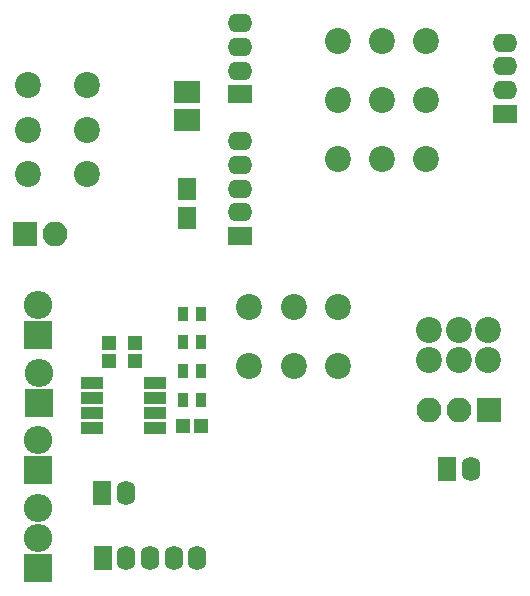
<source format=gbs>
%MOIN*%
%OFA0B0*%
%FSLAX46Y46*%
%IPPOS*%
%LPD*%
%ADD10C,0.0039370078740157488*%
%ADD11C,0.086614173228346469*%
%ADD12R,0.064960629921259838X0.074803149606299218*%
%ADD13R,0.082677165354330714X0.082677165354330714*%
%ADD14O,0.082677165354330714X0.082677165354330714*%
%ADD15R,0.086648031496063X0.076748031496062991*%
%ADD16R,0.082677165354330714X0.062992125984251982*%
%ADD17O,0.082677165354330714X0.062992125984251982*%
%ADD28C,0.0039370078740157488*%
%ADD29C,0.086614173228346469*%
%ADD30R,0.062992125984251982X0.082677165354330714*%
%ADD31O,0.062992125984251982X0.082677165354330714*%
%ADD32R,0.047244094488188976X0.0452755905511811*%
%ADD33O,0.094448031496063X0.094448031496063*%
%ADD34R,0.094448031496063X0.094448031496063*%
%ADD35R,0.035433070866141732X0.051181102362204731*%
%ADD36R,0.076771653543307089X0.03937007874015748*%
%ADD37R,0.0452755905511811X0.047244094488188976*%
%ADD38C,0.0039370078740157488*%
%ADD39R,0.082677165354330714X0.062992125984251982*%
%ADD40O,0.082677165354330714X0.062992125984251982*%
%ADD41C,0.086614173228346469*%
%ADD42C,0.0039370078740157488*%
%ADD43C,0.086614173228346469*%
%ADD44R,0.062992125984251982X0.082677165354330714*%
%ADD45O,0.062992125984251982X0.082677165354330714*%
%ADD46R,0.082677165354330714X0.082677165354330714*%
%ADD47O,0.082677165354330714X0.082677165354330714*%
G01G01*
D10*
D11*
X-0002795275Y-0004448818D02*
X0000098425Y0001683070D03*
X0000098425Y0001535433D03*
X0000098425Y0001387795D03*
X0000295275Y0001683070D03*
X0000295275Y0001535433D03*
X0000295275Y0001387795D03*
D12*
X0000629921Y0001338582D03*
X0000629921Y0001240157D03*
D13*
X0000088976Y0001188976D03*
D14*
X0000188976Y0001188976D03*
D15*
X0000629921Y0001660473D03*
X0000629921Y0001567873D03*
D16*
X0000807086Y0001181102D03*
D17*
X0000807086Y0001259842D03*
X0000807086Y0001338582D03*
X0000807086Y0001417322D03*
X0000807086Y0001496062D03*
D16*
X0000807086Y0001653543D03*
D17*
X0000807086Y0001732283D03*
X0000807086Y0001811023D03*
X0000807086Y0001889763D03*
G04 next file*
G04 #@! TF.FileFunction,Soldermask,Bot*
G04 Gerber Fmt 4.6, Leading zero omitted, Abs format (unit mm)*
G04 Created by KiCad (PCBNEW 4.0.4-1.fc24-product) date Tue Jun  5 14:17:38 2018*
G01G01*
G04 APERTURE LIST*
G04 APERTURE END LIST*
D28*
D29*
X-0004921259Y0004094488D02*
X0001131889Y0000944881D03*
X0000984251Y0000944881D03*
X0000836614Y0000944881D03*
X0001131889Y0000748031D03*
X0000984251Y0000748031D03*
X0000836614Y0000748031D03*
D30*
X0000348425Y0000108267D03*
D31*
X0000427165Y0000108267D03*
X0000505905Y0000108267D03*
X0000584645Y0000108267D03*
X0000663385Y0000108267D03*
D32*
X0000675196Y0000547244D03*
X0000616141Y0000547244D03*
D33*
X0000133858Y0000499606D03*
D34*
X0000133858Y0000399606D03*
D35*
X0000616721Y0000919871D03*
X0000675777Y0000919871D03*
X0000675196Y0000635826D03*
X0000616141Y0000635826D03*
X0000675196Y0000732283D03*
X0000616141Y0000732283D03*
D36*
X0000311023Y0000541141D03*
X0000311023Y0000591141D03*
X0000311023Y0000641141D03*
X0000311023Y0000691141D03*
X0000523622Y0000691141D03*
X0000523622Y0000641141D03*
X0000523622Y0000591141D03*
X0000523622Y0000541141D03*
D33*
X0000134056Y0000725439D03*
D34*
X0000134056Y0000625439D03*
D33*
X0000133858Y0000275590D03*
D34*
X0000133858Y0000075590D03*
D33*
X0000133858Y0000175590D03*
X0000133858Y0000950393D03*
D34*
X0000133858Y0000850393D03*
D35*
X0000616141Y0000826771D03*
X0000675196Y0000826771D03*
D30*
X0000346456Y0000322834D03*
D31*
X0000425196Y0000322834D03*
D37*
X0000456692Y0000763779D03*
X0000456692Y0000822834D03*
X0000370078Y0000763779D03*
X0000370078Y0000822834D03*
G04 next file*
G04 #@! TF.FileFunction,Soldermask,Bot*
G04 Gerber Fmt 4.6, Leading zero omitted, Abs format (unit mm)*
G04 Created by KiCad (PCBNEW 4.0.4-1.fc24-product) date Tue Jun  5 14:18:38 2018*
G01G01*
G04 APERTURE LIST*
G04 APERTURE END LIST*
D38*
D39*
X-0004074803Y0005157480D02*
X0001688976Y0001588582D03*
D40*
X0001688976Y0001667322D03*
X0001688976Y0001746062D03*
X0001688976Y0001824803D03*
D41*
X0001427165Y0001830708D03*
X0001279527Y0001830708D03*
X0001131889Y0001830708D03*
X0001427165Y0001633858D03*
X0001279527Y0001633858D03*
X0001131889Y0001633858D03*
X0001131889Y0001437007D03*
X0001279527Y0001437007D03*
X0001427165Y0001437007D03*
G04 next file*
G04 #@! TF.FileFunction,Soldermask,Bot*
G04 Gerber Fmt 4.6, Leading zero omitted, Abs format (unit mm)*
G04 Created by KiCad (PCBNEW 4.0.4-1.fc24-product) date Tue Jun  5 15:13:36 2018*
G01G01*
G04 APERTURE LIST*
G04 APERTURE END LIST*
D42*
D43*
X-0004291338Y0004015748D02*
X0001633858Y0000866141D03*
X0001535433Y0000866141D03*
X0001437007Y0000866141D03*
X0001633858Y0000767716D03*
X0001535433Y0000767716D03*
X0001437007Y0000767716D03*
D44*
X0001496062Y0000405511D03*
D45*
X0001574803Y0000405511D03*
D46*
X0001635433Y0000602362D03*
D47*
X0001535433Y0000602362D03*
X0001435433Y0000602362D03*
M02*
</source>
